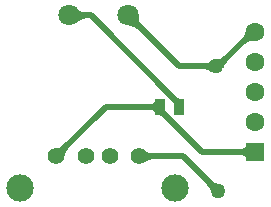
<source format=gtl>
G04*
G04 #@! TF.GenerationSoftware,Altium Limited,Altium Designer,22.1.2 (22)*
G04*
G04 Layer_Physical_Order=1*
G04 Layer_Color=255*
%FSLAX25Y25*%
%MOIN*%
G70*
G04*
G04 #@! TF.SameCoordinates,7045D635-A460-453C-9C4B-A6245008308B*
G04*
G04*
G04 #@! TF.FilePolarity,Positive*
G04*
G01*
G75*
%ADD10C,0.02000*%
%ADD15R,0.03347X0.05315*%
%ADD17C,0.07100*%
%ADD23C,0.06299*%
%ADD24C,0.05600*%
%ADD25R,0.06299X0.06299*%
%ADD26C,0.09100*%
%ADD27C,0.05000*%
G36*
X35827Y77703D02*
X36121Y77450D01*
X36417Y77228D01*
X36714Y77035D01*
X37013Y76871D01*
X37314Y76738D01*
X37617Y76634D01*
X37922Y76559D01*
X38228Y76515D01*
X38536Y76500D01*
Y74500D01*
X38228Y74485D01*
X37922Y74441D01*
X37617Y74366D01*
X37314Y74262D01*
X37013Y74129D01*
X36714Y73965D01*
X36417Y73772D01*
X36121Y73550D01*
X35827Y73297D01*
X35535Y73015D01*
Y77985D01*
X35827Y77703D01*
D02*
G37*
G36*
X56242Y75059D02*
X56271Y74672D01*
X56323Y74306D01*
X56396Y73959D01*
X56493Y73632D01*
X56611Y73325D01*
X56751Y73037D01*
X56914Y72769D01*
X57099Y72521D01*
X57307Y72292D01*
X55893Y70878D01*
X55664Y71086D01*
X55416Y71271D01*
X55148Y71434D01*
X54861Y71574D01*
X54553Y71693D01*
X54226Y71789D01*
X53879Y71862D01*
X53513Y71914D01*
X53127Y71943D01*
X52720Y71950D01*
X56235Y75464D01*
X56242Y75059D01*
D02*
G37*
G36*
X61591Y43000D02*
X61571Y43190D01*
X61511Y43360D01*
X61411Y43510D01*
X61271Y43640D01*
X61091Y43750D01*
X60871Y43840D01*
X60611Y43910D01*
X60311Y43960D01*
X59971Y43990D01*
X59591Y44000D01*
Y46000D01*
X59971Y46010D01*
X60311Y46040D01*
X60611Y46090D01*
X60871Y46160D01*
X61091Y46250D01*
X61271Y46360D01*
X61411Y46490D01*
X61511Y46640D01*
X61571Y46810D01*
X61591Y47000D01*
Y43000D01*
D02*
G37*
G36*
X64789Y45028D02*
X64734Y44846D01*
X64735Y44634D01*
X64793Y44394D01*
X64907Y44125D01*
X65078Y43828D01*
X65306Y43503D01*
X65590Y43148D01*
X66327Y42355D01*
X64913Y40940D01*
X64502Y41337D01*
X63765Y41962D01*
X63440Y42190D01*
X63142Y42360D01*
X62874Y42475D01*
X62634Y42533D01*
X62422Y42534D01*
X62239Y42478D01*
X62085Y42366D01*
X64901Y45183D01*
X64789Y45028D01*
D02*
G37*
G36*
X32528Y30830D02*
X32346Y30635D01*
X32184Y30432D01*
X32041Y30221D01*
X31917Y30002D01*
X31813Y29776D01*
X31728Y29542D01*
X31663Y29300D01*
X31617Y29050D01*
X31590Y28793D01*
X31583Y28528D01*
X28811Y31300D01*
X29076Y31307D01*
X29334Y31333D01*
X29583Y31379D01*
X29825Y31444D01*
X30059Y31529D01*
X30285Y31633D01*
X30504Y31757D01*
X30715Y31900D01*
X30918Y32063D01*
X31114Y32244D01*
X32528Y30830D01*
D02*
G37*
G36*
X58535Y30278D02*
X58736Y30114D01*
X58944Y29970D01*
X59162Y29846D01*
X59387Y29740D01*
X59621Y29654D01*
X59863Y29586D01*
X60113Y29538D01*
X60372Y29510D01*
X60638Y29500D01*
Y27500D01*
X60372Y27490D01*
X60113Y27462D01*
X59863Y27414D01*
X59621Y27346D01*
X59387Y27260D01*
X59162Y27154D01*
X58944Y27030D01*
X58736Y26886D01*
X58535Y26722D01*
X58343Y26540D01*
Y30460D01*
X58535Y30278D01*
D02*
G37*
G36*
X80526Y20388D02*
X80708Y20217D01*
X80892Y20065D01*
X81079Y19931D01*
X81269Y19815D01*
X81463Y19717D01*
X81659Y19637D01*
X81859Y19575D01*
X82061Y19532D01*
X82266Y19507D01*
X82475Y19500D01*
X80000Y17025D01*
X79993Y17233D01*
X79968Y17439D01*
X79925Y17641D01*
X79863Y17841D01*
X79783Y18037D01*
X79685Y18231D01*
X79569Y18421D01*
X79435Y18608D01*
X79283Y18792D01*
X79112Y18974D01*
X80526Y20388D01*
D02*
G37*
G36*
X89862Y31000D02*
X90245Y31010D01*
X90587Y31040D01*
X90889Y31090D01*
X91150Y31160D01*
X91371Y31250D01*
X91553Y31360D01*
X91693Y31490D01*
X91794Y31640D01*
X91854Y31810D01*
X91874Y32000D01*
Y28000D01*
X91854Y28190D01*
X91794Y28360D01*
X91693Y28510D01*
X91553Y28640D01*
X91371Y28750D01*
X91150Y28840D01*
X90889Y28910D01*
X90587Y28960D01*
X90245Y28990D01*
X89862Y29000D01*
Y31000D01*
D02*
G37*
G36*
X68087Y49060D02*
X68497Y48664D01*
X69232Y48041D01*
X69558Y47815D01*
X69855Y47646D01*
X70123Y47532D01*
X70364Y47476D01*
X70576D01*
X70760Y47532D01*
X70915Y47646D01*
X68087Y44817D01*
X68200Y44973D01*
X68256Y45156D01*
Y45369D01*
X68200Y45609D01*
X68087Y45878D01*
X67917Y46175D01*
X67691Y46500D01*
X67408Y46854D01*
X66673Y47646D01*
X68087Y49060D01*
D02*
G37*
G36*
X78209Y59500D02*
X78457Y59508D01*
X78696Y59530D01*
X78923Y59567D01*
X79140Y59620D01*
X79346Y59688D01*
X79541Y59770D01*
X79725Y59868D01*
X79899Y59980D01*
X80062Y60107D01*
X80215Y60250D01*
Y56750D01*
X80062Y56893D01*
X79899Y57020D01*
X79725Y57133D01*
X79541Y57230D01*
X79346Y57313D01*
X79140Y57380D01*
X78923Y57433D01*
X78696Y57470D01*
X78457Y57493D01*
X78209Y57500D01*
Y59500D01*
D02*
G37*
G36*
X85541Y59876D02*
X85370Y59698D01*
X85070Y59335D01*
X84940Y59150D01*
X84824Y58963D01*
X84722Y58773D01*
X84633Y58582D01*
X84558Y58388D01*
X84496Y58192D01*
X84448Y57994D01*
X82555Y60938D01*
X82753Y60904D01*
X82949Y60893D01*
X83144Y60905D01*
X83337Y60940D01*
X83529Y60998D01*
X83719Y61078D01*
X83908Y61182D01*
X84095Y61308D01*
X84281Y61457D01*
X84465Y61629D01*
X85541Y59876D01*
D02*
G37*
G36*
X90635Y67799D02*
X90824Y68002D01*
X90999Y68221D01*
X91159Y68453D01*
X91306Y68701D01*
X91438Y68964D01*
X91557Y69241D01*
X91661Y69533D01*
X91752Y69841D01*
X91828Y70162D01*
X91890Y70499D01*
X94439Y66901D01*
X94127Y66945D01*
X93825Y66962D01*
X93534Y66952D01*
X93254Y66915D01*
X92984Y66852D01*
X92725Y66761D01*
X92476Y66644D01*
X92238Y66499D01*
X92011Y66328D01*
X91794Y66129D01*
X90635Y67799D01*
D02*
G37*
D10*
X82750Y58500D02*
X94250Y70000D01*
X82000Y58500D02*
X82750D01*
X94250Y70000D02*
X95000D01*
X52685Y75500D02*
X69685Y58500D01*
X71000Y28500D02*
X82500Y17000D01*
X56343Y28500D02*
X71000D01*
X69685Y58500D02*
X82000D01*
X40232Y75500D02*
X69748Y45984D01*
Y45000D02*
Y45984D01*
X33000Y75500D02*
X40232D01*
X45283Y45000D02*
X63252D01*
X28784Y28500D02*
X45283Y45000D01*
X63252Y44016D02*
X77268Y30000D01*
X95000D01*
X63252Y44016D02*
Y45000D01*
D15*
D03*
X69748D02*
D03*
D17*
X52685Y75500D02*
D03*
X33000D02*
D03*
D23*
X95000Y70000D02*
D03*
Y60000D02*
D03*
Y40000D02*
D03*
Y50000D02*
D03*
D24*
X56343Y28500D02*
D03*
X46500D02*
D03*
X38626D02*
D03*
X28784D02*
D03*
D25*
X95000Y30000D02*
D03*
D26*
X68429Y17831D02*
D03*
X16697D02*
D03*
D27*
X82500Y17000D02*
D03*
X82000Y58500D02*
D03*
M02*

</source>
